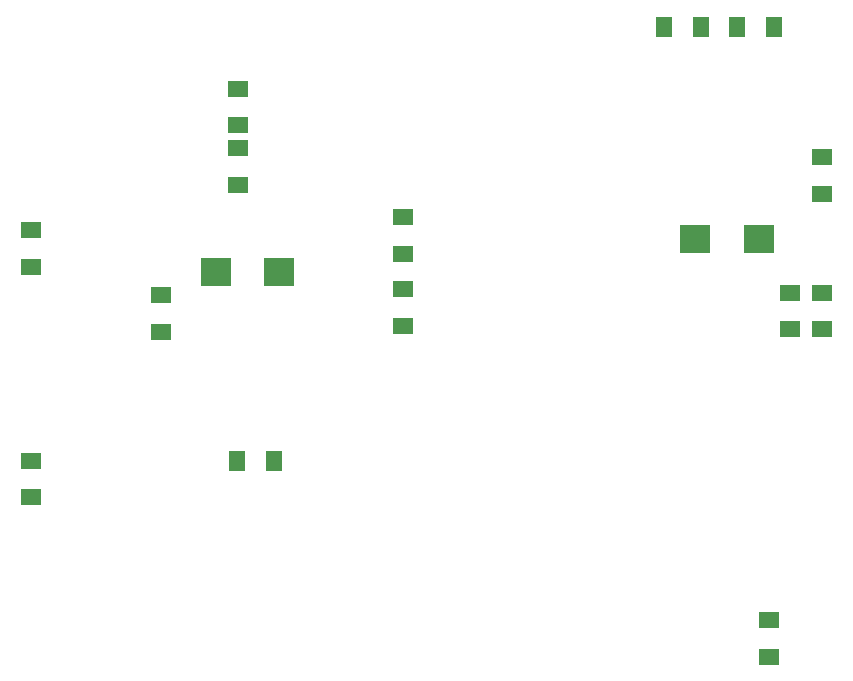
<source format=gbr>
%TF.GenerationSoftware,KiCad,Pcbnew,9.0.2+dfsg-1*%
%TF.CreationDate,2025-12-26T17:01:31-05:00*%
%TF.ProjectId,polyphloisboisterous030,706f6c79-7068-46c6-9f69-73626f697374,rev?*%
%TF.SameCoordinates,Original*%
%TF.FileFunction,Paste,Bot*%
%TF.FilePolarity,Positive*%
%FSLAX46Y46*%
G04 Gerber Fmt 4.6, Leading zero omitted, Abs format (unit mm)*
G04 Created by KiCad (PCBNEW 9.0.2+dfsg-1) date 2025-12-26 17:01:31*
%MOMM*%
%LPD*%
G01*
G04 APERTURE LIST*
%ADD10R,1.325000X1.800000*%
%ADD11R,2.500000X2.350000*%
%ADD12R,1.800000X1.325000*%
G04 APERTURE END LIST*
D10*
%TO.C,R12*%
X167625000Y-30250000D03*
X170750000Y-30250000D03*
%TD*%
D11*
%TO.C,C1*%
X175612000Y-48250000D03*
X170250000Y-48250000D03*
%TD*%
D12*
%TO.C,C8*%
X176500000Y-80500000D03*
X176500000Y-83625000D03*
%TD*%
%TO.C,C4*%
X114000000Y-47500000D03*
X114000000Y-50625000D03*
%TD*%
%TO.C,R10*%
X125000000Y-56125000D03*
X125000000Y-53000000D03*
%TD*%
%TO.C,C7*%
X145500000Y-55625000D03*
X145500000Y-52500000D03*
%TD*%
%TO.C,R16*%
X131500000Y-43625000D03*
X131500000Y-40500000D03*
%TD*%
D10*
%TO.C,R3*%
X176875000Y-30250000D03*
X173750000Y-30250000D03*
%TD*%
D12*
%TO.C,C5*%
X114000000Y-67000000D03*
X114000000Y-70125000D03*
%TD*%
D11*
%TO.C,C3*%
X129638000Y-51000000D03*
X135000000Y-51000000D03*
%TD*%
D12*
%TO.C,R5*%
X181000000Y-55900000D03*
X181000000Y-52775000D03*
%TD*%
%TO.C,R11*%
X181000000Y-41337500D03*
X181000000Y-44462500D03*
%TD*%
%TO.C,R9*%
X131500000Y-35500000D03*
X131500000Y-38625000D03*
%TD*%
%TO.C,R2*%
X178300000Y-55900000D03*
X178300000Y-52775000D03*
%TD*%
D10*
%TO.C,R4*%
X134562500Y-67000000D03*
X131437500Y-67000000D03*
%TD*%
D12*
%TO.C,C6*%
X145500000Y-46375000D03*
X145500000Y-49500000D03*
%TD*%
M02*

</source>
